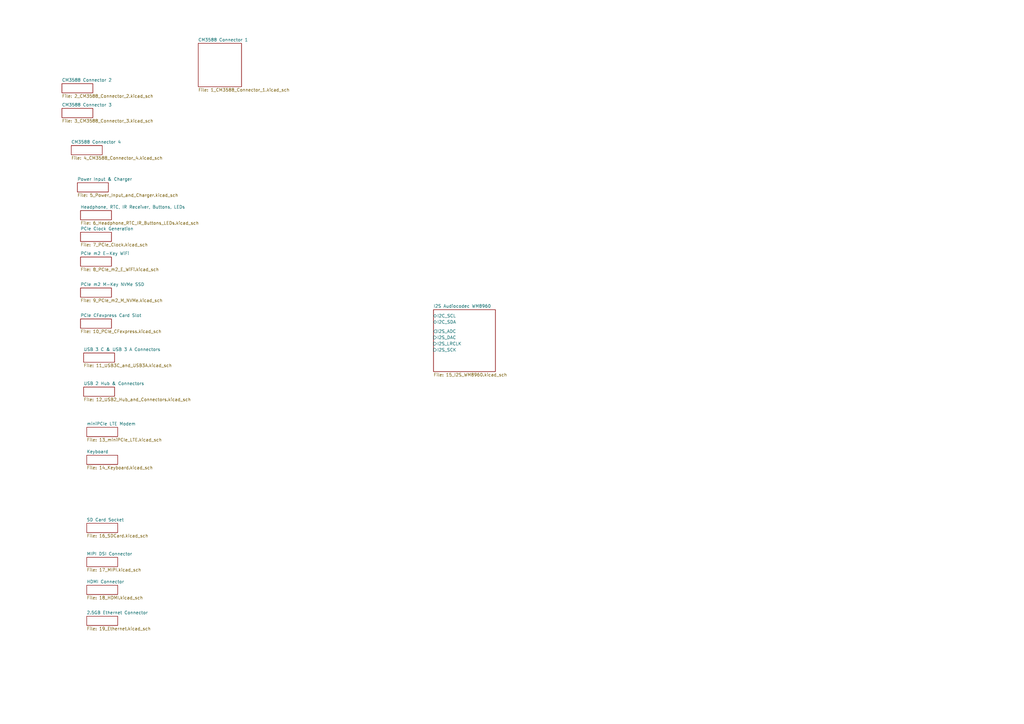
<source format=kicad_sch>
(kicad_sch
	(version 20250114)
	(generator "eeschema")
	(generator_version "9.0")
	(uuid "e8df7ad4-0398-46fe-8df2-22f014c5f1dd")
	(paper "A3")
	(lib_symbols)
	(sheet
		(at 31.75 74.93)
		(size 12.7 3.81)
		(exclude_from_sim no)
		(in_bom yes)
		(on_board yes)
		(dnp no)
		(fields_autoplaced yes)
		(stroke
			(width 0.1524)
			(type solid)
		)
		(fill
			(color 0 0 0 0.0000)
		)
		(uuid "07fa1f4a-4f08-4a00-b91a-2935c9cd6246")
		(property "Sheetname" "Power Input & Charger"
			(at 31.75 74.2184 0)
			(effects
				(font
					(size 1.27 1.27)
				)
				(justify left bottom)
			)
		)
		(property "Sheetfile" "5_Power_Input_and_Charger.kicad_sch"
			(at 31.75 79.3246 0)
			(effects
				(font
					(size 1.27 1.27)
				)
				(justify left top)
			)
		)
		(instances
			(project "mainboard"
				(path "/e8df7ad4-0398-46fe-8df2-22f014c5f1dd"
					(page "5")
				)
			)
		)
	)
	(sheet
		(at 81.28 17.78)
		(size 17.78 17.78)
		(exclude_from_sim no)
		(in_bom yes)
		(on_board yes)
		(dnp no)
		(fields_autoplaced yes)
		(stroke
			(width 0.1524)
			(type solid)
		)
		(fill
			(color 0 0 0 0.0000)
		)
		(uuid "179b20ca-7cf4-4c76-8c3b-b8b4c6c25c72")
		(property "Sheetname" "CM3588 Connector 1"
			(at 81.28 17.0684 0)
			(effects
				(font
					(size 1.27 1.27)
				)
				(justify left bottom)
			)
		)
		(property "Sheetfile" "1_CM3588_Connector_1.kicad_sch"
			(at 81.28 36.1446 0)
			(effects
				(font
					(size 1.27 1.27)
				)
				(justify left top)
			)
		)
		(instances
			(project "mainboard"
				(path "/e8df7ad4-0398-46fe-8df2-22f014c5f1dd"
					(page "1")
				)
			)
		)
	)
	(sheet
		(at 35.56 240.03)
		(size 12.7 3.81)
		(exclude_from_sim no)
		(in_bom yes)
		(on_board yes)
		(dnp no)
		(fields_autoplaced yes)
		(stroke
			(width 0.1524)
			(type solid)
		)
		(fill
			(color 0 0 0 0.0000)
		)
		(uuid "18d9dc9f-f158-4b8c-8c03-4e0e0e17c019")
		(property "Sheetname" "HDMI Connector"
			(at 35.56 239.3184 0)
			(effects
				(font
					(size 1.27 1.27)
				)
				(justify left bottom)
			)
		)
		(property "Sheetfile" "18_HDMI.kicad_sch"
			(at 35.56 244.4246 0)
			(effects
				(font
					(size 1.27 1.27)
				)
				(justify left top)
			)
		)
		(instances
			(project "mainboard"
				(path "/e8df7ad4-0398-46fe-8df2-22f014c5f1dd"
					(page "18")
				)
			)
		)
	)
	(sheet
		(at 33.02 95.25)
		(size 12.7 3.81)
		(exclude_from_sim no)
		(in_bom yes)
		(on_board yes)
		(dnp no)
		(fields_autoplaced yes)
		(stroke
			(width 0.1524)
			(type solid)
		)
		(fill
			(color 0 0 0 0.0000)
		)
		(uuid "484c6dee-af44-4b63-a825-46ce928312ff")
		(property "Sheetname" "PCIe Clock Generation"
			(at 33.02 94.5384 0)
			(effects
				(font
					(size 1.27 1.27)
				)
				(justify left bottom)
			)
		)
		(property "Sheetfile" "7_PCIe_Clock.kicad_sch"
			(at 33.02 99.6446 0)
			(effects
				(font
					(size 1.27 1.27)
				)
				(justify left top)
			)
		)
		(instances
			(project "mainboard"
				(path "/e8df7ad4-0398-46fe-8df2-22f014c5f1dd"
					(page "7")
				)
			)
		)
	)
	(sheet
		(at 33.02 118.11)
		(size 12.7 3.81)
		(exclude_from_sim no)
		(in_bom yes)
		(on_board yes)
		(dnp no)
		(fields_autoplaced yes)
		(stroke
			(width 0.1524)
			(type solid)
		)
		(fill
			(color 0 0 0 0.0000)
		)
		(uuid "6669fa1e-f015-4347-b375-5371b2a452c4")
		(property "Sheetname" "PCIe m2 M-Key NVMe SSD"
			(at 33.02 117.3984 0)
			(effects
				(font
					(size 1.27 1.27)
				)
				(justify left bottom)
			)
		)
		(property "Sheetfile" "9_PCIe_m2_M_NVMe.kicad_sch"
			(at 33.02 122.5046 0)
			(effects
				(font
					(size 1.27 1.27)
				)
				(justify left top)
			)
		)
		(instances
			(project "mainboard"
				(path "/e8df7ad4-0398-46fe-8df2-22f014c5f1dd"
					(page "9")
				)
			)
		)
	)
	(sheet
		(at 25.4 44.45)
		(size 12.7 3.81)
		(exclude_from_sim no)
		(in_bom yes)
		(on_board yes)
		(dnp no)
		(fields_autoplaced yes)
		(stroke
			(width 0.1524)
			(type solid)
		)
		(fill
			(color 0 0 0 0.0000)
		)
		(uuid "68a2b222-807f-4ee1-877f-9299e0573b20")
		(property "Sheetname" "CM3588 Connector 3"
			(at 25.4 43.7384 0)
			(effects
				(font
					(size 1.27 1.27)
				)
				(justify left bottom)
			)
		)
		(property "Sheetfile" "3_CM3588_Connector_3.kicad_sch"
			(at 25.4 48.8446 0)
			(effects
				(font
					(size 1.27 1.27)
				)
				(justify left top)
			)
		)
		(instances
			(project "mainboard"
				(path "/e8df7ad4-0398-46fe-8df2-22f014c5f1dd"
					(page "3")
				)
			)
		)
	)
	(sheet
		(at 35.56 175.26)
		(size 12.7 3.81)
		(exclude_from_sim no)
		(in_bom yes)
		(on_board yes)
		(dnp no)
		(fields_autoplaced yes)
		(stroke
			(width 0.1524)
			(type solid)
		)
		(fill
			(color 0 0 0 0.0000)
		)
		(uuid "8644110b-fd44-4bf7-8252-8da3b2442694")
		(property "Sheetname" "miniPCIe LTE Modem"
			(at 35.56 174.5484 0)
			(effects
				(font
					(size 1.27 1.27)
				)
				(justify left bottom)
			)
		)
		(property "Sheetfile" "13_miniPCIe_LTE.kicad_sch"
			(at 35.56 179.6546 0)
			(effects
				(font
					(size 1.27 1.27)
				)
				(justify left top)
			)
		)
		(instances
			(project "mainboard"
				(path "/e8df7ad4-0398-46fe-8df2-22f014c5f1dd"
					(page "13")
				)
			)
		)
	)
	(sheet
		(at 35.56 214.63)
		(size 12.7 3.81)
		(exclude_from_sim no)
		(in_bom yes)
		(on_board yes)
		(dnp no)
		(fields_autoplaced yes)
		(stroke
			(width 0.1524)
			(type solid)
		)
		(fill
			(color 0 0 0 0.0000)
		)
		(uuid "8986aa19-15b1-4e69-80f7-caad2369fd75")
		(property "Sheetname" "SD Card Socket"
			(at 35.56 213.9184 0)
			(effects
				(font
					(size 1.27 1.27)
				)
				(justify left bottom)
			)
		)
		(property "Sheetfile" "16_SDCard.kicad_sch"
			(at 35.56 219.0246 0)
			(effects
				(font
					(size 1.27 1.27)
				)
				(justify left top)
			)
		)
		(instances
			(project "mainboard"
				(path "/e8df7ad4-0398-46fe-8df2-22f014c5f1dd"
					(page "16")
				)
			)
		)
	)
	(sheet
		(at 34.29 158.75)
		(size 12.7 3.81)
		(exclude_from_sim no)
		(in_bom yes)
		(on_board yes)
		(dnp no)
		(fields_autoplaced yes)
		(stroke
			(width 0.1524)
			(type solid)
		)
		(fill
			(color 0 0 0 0.0000)
		)
		(uuid "8cfb5e11-a71f-45fa-8675-4058f56774f6")
		(property "Sheetname" "USB 2 Hub & Connectors"
			(at 34.29 158.0384 0)
			(effects
				(font
					(size 1.27 1.27)
				)
				(justify left bottom)
			)
		)
		(property "Sheetfile" "12_USB2_Hub_and_Connectors.kicad_sch"
			(at 34.29 163.1446 0)
			(effects
				(font
					(size 1.27 1.27)
				)
				(justify left top)
			)
		)
		(instances
			(project "mainboard"
				(path "/e8df7ad4-0398-46fe-8df2-22f014c5f1dd"
					(page "12")
				)
			)
		)
	)
	(sheet
		(at 35.56 228.6)
		(size 12.7 3.81)
		(exclude_from_sim no)
		(in_bom yes)
		(on_board yes)
		(dnp no)
		(fields_autoplaced yes)
		(stroke
			(width 0.1524)
			(type solid)
		)
		(fill
			(color 0 0 0 0.0000)
		)
		(uuid "92c68f36-3049-4ded-92bc-6a7d51e36adb")
		(property "Sheetname" "MIPI DSI Connector"
			(at 35.56 227.8884 0)
			(effects
				(font
					(size 1.27 1.27)
				)
				(justify left bottom)
			)
		)
		(property "Sheetfile" "17_MIPI.kicad_sch"
			(at 35.56 232.9946 0)
			(effects
				(font
					(size 1.27 1.27)
				)
				(justify left top)
			)
		)
		(instances
			(project "mainboard"
				(path "/e8df7ad4-0398-46fe-8df2-22f014c5f1dd"
					(page "17")
				)
			)
		)
	)
	(sheet
		(at 29.21 59.69)
		(size 12.7 3.81)
		(exclude_from_sim no)
		(in_bom yes)
		(on_board yes)
		(dnp no)
		(fields_autoplaced yes)
		(stroke
			(width 0.1524)
			(type solid)
		)
		(fill
			(color 0 0 0 0.0000)
		)
		(uuid "98643362-4360-4082-9fcf-14e673c38aa5")
		(property "Sheetname" "CM3588 Connector 4"
			(at 29.21 58.9784 0)
			(effects
				(font
					(size 1.27 1.27)
				)
				(justify left bottom)
			)
		)
		(property "Sheetfile" "4_CM3588_Connector_4.kicad_sch"
			(at 29.21 64.0846 0)
			(effects
				(font
					(size 1.27 1.27)
				)
				(justify left top)
			)
		)
		(instances
			(project "mainboard"
				(path "/e8df7ad4-0398-46fe-8df2-22f014c5f1dd"
					(page "4")
				)
			)
		)
	)
	(sheet
		(at 35.56 252.73)
		(size 12.7 3.81)
		(exclude_from_sim no)
		(in_bom yes)
		(on_board yes)
		(dnp no)
		(fields_autoplaced yes)
		(stroke
			(width 0.1524)
			(type solid)
		)
		(fill
			(color 0 0 0 0.0000)
		)
		(uuid "a5e27188-7231-4ab7-9c42-d430df737766")
		(property "Sheetname" "2.5GB Ethernet Connector"
			(at 35.56 252.0184 0)
			(effects
				(font
					(size 1.27 1.27)
				)
				(justify left bottom)
			)
		)
		(property "Sheetfile" "19_Ethernet.kicad_sch"
			(at 35.56 257.1246 0)
			(effects
				(font
					(size 1.27 1.27)
				)
				(justify left top)
			)
		)
		(instances
			(project "mainboard"
				(path "/e8df7ad4-0398-46fe-8df2-22f014c5f1dd"
					(page "19")
				)
			)
		)
	)
	(sheet
		(at 33.02 105.41)
		(size 12.7 3.81)
		(exclude_from_sim no)
		(in_bom yes)
		(on_board yes)
		(dnp no)
		(fields_autoplaced yes)
		(stroke
			(width 0.1524)
			(type solid)
		)
		(fill
			(color 0 0 0 0.0000)
		)
		(uuid "a6c4e84f-5700-4370-a676-0959800a711a")
		(property "Sheetname" "PCIe m2 E-Key WiFi"
			(at 33.02 104.6984 0)
			(effects
				(font
					(size 1.27 1.27)
				)
				(justify left bottom)
			)
		)
		(property "Sheetfile" "8_PCIe_m2_E_WiFi.kicad_sch"
			(at 33.02 109.8046 0)
			(effects
				(font
					(size 1.27 1.27)
				)
				(justify left top)
			)
		)
		(instances
			(project "mainboard"
				(path "/e8df7ad4-0398-46fe-8df2-22f014c5f1dd"
					(page "8")
				)
			)
		)
	)
	(sheet
		(at 177.8 127)
		(size 25.4 25.4)
		(exclude_from_sim no)
		(in_bom yes)
		(on_board yes)
		(dnp no)
		(fields_autoplaced yes)
		(stroke
			(width 0.1524)
			(type solid)
		)
		(fill
			(color 0 0 0 0.0000)
		)
		(uuid "b257af20-c8e7-4b15-a490-5e02f5f9fd5b")
		(property "Sheetname" "I2S Audiocodec WM8960"
			(at 177.8 126.2884 0)
			(effects
				(font
					(size 1.27 1.27)
				)
				(justify left bottom)
			)
		)
		(property "Sheetfile" "15_I2S_WM8960.kicad_sch"
			(at 177.8 152.9846 0)
			(effects
				(font
					(size 1.27 1.27)
				)
				(justify left top)
			)
		)
		(pin "I2C_SCL" bidirectional
			(at 177.8 129.54 180)
			(uuid "979cdd8e-a106-445d-b8a7-48f177e59667")
			(effects
				(font
					(size 1.27 1.27)
				)
				(justify left)
			)
		)
		(pin "I2C_SDA" bidirectional
			(at 177.8 132.08 180)
			(uuid "282c9627-54b5-4aa2-bee8-89a08e502522")
			(effects
				(font
					(size 1.27 1.27)
				)
				(justify left)
			)
		)
		(pin "I2S_ADC" output
			(at 177.8 135.89 180)
			(uuid "a05cbe98-0618-446b-883e-d0c320231d4f")
			(effects
				(font
					(size 1.27 1.27)
				)
				(justify left)
			)
		)
		(pin "I2S_DAC" input
			(at 177.8 138.43 180)
			(uuid "b2c31b22-7b40-4714-bd58-1e419d037485")
			(effects
				(font
					(size 1.27 1.27)
				)
				(justify left)
			)
		)
		(pin "I2S_LRCLK" input
			(at 177.8 140.97 180)
			(uuid "db7ee098-c218-4701-9252-75e9f0dd2637")
			(effects
				(font
					(size 1.27 1.27)
				)
				(justify left)
			)
		)
		(pin "I2S_SCK" input
			(at 177.8 143.51 180)
			(uuid "29494526-8279-4f0f-9c50-01e51fd57fc1")
			(effects
				(font
					(size 1.27 1.27)
				)
				(justify left)
			)
		)
		(instances
			(project "mainboard"
				(path "/e8df7ad4-0398-46fe-8df2-22f014c5f1dd"
					(page "15")
				)
			)
		)
	)
	(sheet
		(at 34.29 144.78)
		(size 12.7 3.81)
		(exclude_from_sim no)
		(in_bom yes)
		(on_board yes)
		(dnp no)
		(fields_autoplaced yes)
		(stroke
			(width 0.1524)
			(type solid)
		)
		(fill
			(color 0 0 0 0.0000)
		)
		(uuid "b40728d0-bb26-4ad0-892e-a0f99316494b")
		(property "Sheetname" "USB 3 C & USB 3 A Connectors"
			(at 34.29 144.0684 0)
			(effects
				(font
					(size 1.27 1.27)
				)
				(justify left bottom)
			)
		)
		(property "Sheetfile" "11_USB3C_and_USB3A.kicad_sch"
			(at 34.29 149.1746 0)
			(effects
				(font
					(size 1.27 1.27)
				)
				(justify left top)
			)
		)
		(instances
			(project "mainboard"
				(path "/e8df7ad4-0398-46fe-8df2-22f014c5f1dd"
					(page "11")
				)
			)
		)
	)
	(sheet
		(at 35.56 186.69)
		(size 12.7 3.81)
		(exclude_from_sim no)
		(in_bom yes)
		(on_board yes)
		(dnp no)
		(fields_autoplaced yes)
		(stroke
			(width 0.1524)
			(type solid)
		)
		(fill
			(color 0 0 0 0.0000)
		)
		(uuid "b53c68d6-890a-48ca-a848-4e830d0e96f7")
		(property "Sheetname" "Keyboard"
			(at 35.56 185.9784 0)
			(effects
				(font
					(size 1.27 1.27)
				)
				(justify left bottom)
			)
		)
		(property "Sheetfile" "14_Keyboard.kicad_sch"
			(at 35.56 191.0846 0)
			(effects
				(font
					(size 1.27 1.27)
				)
				(justify left top)
			)
		)
		(instances
			(project "mainboard"
				(path "/e8df7ad4-0398-46fe-8df2-22f014c5f1dd"
					(page "14")
				)
			)
		)
	)
	(sheet
		(at 25.4 34.29)
		(size 12.7 3.81)
		(exclude_from_sim no)
		(in_bom yes)
		(on_board yes)
		(dnp no)
		(fields_autoplaced yes)
		(stroke
			(width 0.1524)
			(type solid)
		)
		(fill
			(color 0 0 0 0.0000)
		)
		(uuid "bcd9a7a9-7c30-4b20-85c5-75455db96f45")
		(property "Sheetname" "CM3588 Connector 2"
			(at 25.4 33.5784 0)
			(effects
				(font
					(size 1.27 1.27)
				)
				(justify left bottom)
			)
		)
		(property "Sheetfile" "2_CM3588_Connector_2.kicad_sch"
			(at 25.4 38.6846 0)
			(effects
				(font
					(size 1.27 1.27)
				)
				(justify left top)
			)
		)
		(instances
			(project "mainboard"
				(path "/e8df7ad4-0398-46fe-8df2-22f014c5f1dd"
					(page "2")
				)
			)
		)
	)
	(sheet
		(at 33.02 86.36)
		(size 12.7 3.81)
		(exclude_from_sim no)
		(in_bom yes)
		(on_board yes)
		(dnp no)
		(fields_autoplaced yes)
		(stroke
			(width 0.1524)
			(type solid)
		)
		(fill
			(color 0 0 0 0.0000)
		)
		(uuid "c1c653fe-8be5-421f-be33-d886be37e0a5")
		(property "Sheetname" "Headphone, RTC, IR Receiver, Buttons, LEDs"
			(at 33.02 85.6484 0)
			(effects
				(font
					(size 1.27 1.27)
				)
				(justify left bottom)
			)
		)
		(property "Sheetfile" "6_Headphone_RTC_IR_Buttons_LEDs.kicad_sch"
			(at 33.02 90.7546 0)
			(effects
				(font
					(size 1.27 1.27)
				)
				(justify left top)
			)
		)
		(instances
			(project "mainboard"
				(path "/e8df7ad4-0398-46fe-8df2-22f014c5f1dd"
					(page "6")
				)
			)
		)
	)
	(sheet
		(at 33.02 130.81)
		(size 12.7 3.81)
		(exclude_from_sim no)
		(in_bom yes)
		(on_board yes)
		(dnp no)
		(fields_autoplaced yes)
		(stroke
			(width 0.1524)
			(type solid)
		)
		(fill
			(color 0 0 0 0.0000)
		)
		(uuid "e7fb8ba8-ec6e-4e12-955d-f90b904d700b")
		(property "Sheetname" "PCIe CFexpress Card Slot"
			(at 33.02 130.0984 0)
			(effects
				(font
					(size 1.27 1.27)
				)
				(justify left bottom)
			)
		)
		(property "Sheetfile" "10_PCIe_CFexpress.kicad_sch"
			(at 33.02 135.2046 0)
			(effects
				(font
					(size 1.27 1.27)
				)
				(justify left top)
			)
		)
		(instances
			(project "mainboard"
				(path "/e8df7ad4-0398-46fe-8df2-22f014c5f1dd"
					(page "10")
				)
			)
		)
	)
	(sheet_instances
		(path "/"
			(page "0")
		)
	)
	(embedded_fonts no)
	(embedded_files
		(file
			(name "A3_ISO5457-1999_ISO7200-2004-compact_EN.kicad_wks")
			(type worksheet)
			(data |KLUv/WBhIyUiACaqeCUQrbgB3wq561/zHS4DZ1bsoBEJEmVkiIiIKJO/3MeAqqqGgFIBcQBqAGkA
				y90R8ouOsTYnc+DiJXsjuwQlLJgi8eqtbrelDURyRpvp0pweHzWF/ny+YrT5hzsWrE55JEb/4ZMy
				/U+Smp4nEmgyzbZKkGQ+lIePeNQ0dlYnD4EkXIIipmkOq09A1Vv8GaUq7xWjCvCV6fJEDy55KCas
				52J0IzT3AW8bcGw4yAWLH8Mtx5CNJWO5WDZLZrksIy8I13vtXLfGjPFarnv6S/7QSwT6qgKxFqMv
				TZFWaGOtJorR5i3esGDWt/jLn3C+6eZsc7LVqxeEvQzh9kYJ5ZOuSSYXS9lrcYwBPj3iU6PnAUmT
				hzc0rQ25tcYX4DzlEPVIQpU0UZU7AmLcBhlybNYMNtbYW8jKze3r9noZt11RIYvqlptBhqz7Whfy
				gswUP3ltVP/npymbVZdb42Z19WJhtHpW6C4sWJokl2ii4HzTzdYzAM1zmK1TECBgWBxXYxc0WI49
				R2u3DcZaQ20OfKyBFzeW01GZ43YQiPzuE4bmPN4mkZ4EZrFSVZBGJvV/tkEnwh2O3+tlPh5RVIVB
				Bzx6iDFXVf75qm2jLq8vOaXymAwei5gmRTEcr4tUiP/js/FY+0MKgUmowXBLRkSSpKCQ5vERIYgw
				W3UySAwDIRTDARlIMRhCIZJDAiIggiIkxCBjTgXmAwRYtcuOPfmcfE+UZp3iNJq0sGNgjzFCXpi1
				1JnEVh8YhGH6FRRskCwCdUxrSdKXaESAhBcT9B7vNZqYihTW45d4+WJK/8maE2nhs922Ehdik8p2
				KIBItOZsadcyeuTIoXTSwHaBULl8zL5Mq6y0VyE7+/ws/BJqyZAL/t1mVbRHodIbeGfsOnAVqxlp
				LreH/CjzWsWr/Q9CejwLZ9WLlm0AmJlUtJrRYtPBNIFPVMcypMxjFLLNxSRJWnyBTp4zBql26/9V
				M1dOuQYRGZjCtqSiyf7WNjQvhcCdteVlFFAgHqe/UYRosQMXJGoOqo0ztK9Adc0UpxL1vFtB7BC8
				toG+yKNFw8bJm72toMmoVumH7fvFefn8ze5//gJI+uYPLHcx9AbuLf+LdqQi7p+GHrH+iyPU+/UQ
				+n0VhHq+HkJ/r4JQ10sQyuss6E75+yBz7JaUnEhOLC3hhEwi4ByRBkoeEXGrmROTbhLT5B30Y+Iw
				eLixSl3p8iNeLYdBqw4hDlM9hhOl2hsnBxmEPoR3SFnmUw4iBDUwH5mT2afZv/70nLEIkrB0tUJP
				8Dp+DhSLnEV3/XoO5dseUOT0t8gnDjjYbz1iHBp3aUCv4SWbI1U5CWImEFlAuq/BTbDWUNSNwXzL
				aEyt9T1oeoQ+olH+W2P6Wr5S5lNY09aaoE8WtwOGWhBFuI0FTqaMfEFtSCVqV6LqeFPaRSg7PwFv
				65oXP5wdimnw5YX7tQinpqhUAQ==|
			)
			(checksum "390B5D6CBC7D9953924469EDACCB19C5")
		)
	)
)

</source>
